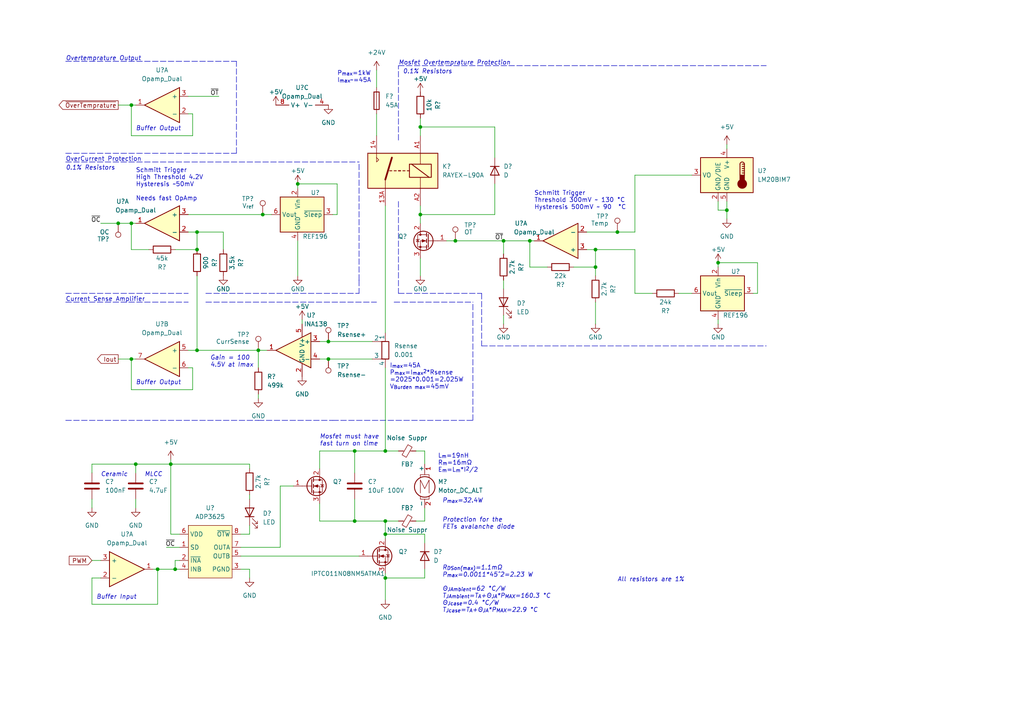
<source format=kicad_sch>
(kicad_sch (version 20211123) (generator eeschema)
  (paper "A4")
  (lib_symbols
    (symbol "Amplifier_Current:INA138" (pin_names (offset 0.127))
      (property "Reference" "U" (at 3.81 5.08 0))
      (property "Value" "INA138" (at 3.81 2.54 0))
      (symbol "INA138_0_1"
        (polyline (pts (xy -5.08 5.08) (xy 5.08 0) (xy -5.08 -5.08) (xy -5.08 5.08)) (stroke (width 0.254)) (fill (type background)))
      )
      (symbol "INA138_1_1"
        (pin output line (at 7.62 0 180) (length 2.54) (name "~") (number "1"))
        (pin power_in line (at -2.54 -7.62 90) (length 3.81) (name "GND") (number "2"))
        (pin input line (at -7.62 2.54 0) (length 2.54) (name "+") (number "3"))
        (pin input line (at -7.62 -2.54 0) (length 2.54) (name "-") (number "4"))
        (pin power_in line (at -2.54 7.62 270) (length 3.81) (name "V+") (number "5"))
      )
    )
    (symbol "Connector:TestPoint" (pin_numbers hide) (pin_names (offset 0.762) hide)
      (property "Reference" "TP" (at 0 6.858 0))
      (property "Value" "TestPoint" (at 0 5.08 0))
      (symbol "TestPoint_0_1"
        (circle (center 0 3.302) (radius 0.762))
      )
      (symbol "TestPoint_1_1"
        (pin passive line (at 0 0 90) (length 2.54) (name "1") (number "1"))
      )
    )
    (symbol "Device:C" (pin_numbers hide) (pin_names (offset 0.254))
      (property "Reference" "C" (at 0.635 2.54 0))
      (property "Value" "C" (at 0.635 -2.54 0))
      (symbol "C_0_1"
        (polyline (pts (xy -2.032 -0.762) (xy 2.032 -0.762)) (stroke (width 0.508)))
        (polyline (pts (xy -2.032 0.762) (xy 2.032 0.762)) (stroke (width 0.508)))
      )
      (symbol "C_1_1"
        (pin passive line (at 0 3.81 270) (length 2.794) (name "~") (number "1"))
        (pin passive line (at 0 -3.81 90) (length 2.794) (name "~") (number "2"))
      )
    )
    (symbol "Device:D" (pin_numbers hide) (pin_names (offset 1.016) hide)
      (property "Reference" "D" (at 0 2.54 0))
      (property "Value" "D" (at 0 -2.54 0))
      (symbol "D_0_1"
        (polyline (pts (xy -1.27 1.27) (xy -1.27 -1.27)) (stroke (width 0.254)))
        (polyline (pts (xy 1.27 0) (xy -1.27 0)))
        (polyline (pts (xy 1.27 1.27) (xy 1.27 -1.27) (xy -1.27 0) (xy 1.27 1.27)) (stroke (width 0.254)))
      )
      (symbol "D_1_1"
        (pin passive line (at -3.81 0 0) (length 2.54) (name "K") (number "1"))
        (pin passive line (at 3.81 0 180) (length 2.54) (name "A") (number "2"))
      )
    )
    (symbol "Device:FerriteBead_Small" (pin_numbers hide) (pin_names (offset 0))
      (property "Reference" "FB" (at 1.905 1.27 0))
      (property "Value" "FerriteBead_Small" (at 1.905 -1.27 0))
      (symbol "FerriteBead_Small_0_1"
        (polyline (pts (xy 0 -1.27) (xy 0 -0.7874)))
        (polyline (pts (xy 0 0.889) (xy 0 1.2954)))
        (polyline (pts (xy -1.8288 0.2794) (xy -1.1176 1.4986) (xy 1.8288 -0.2032) (xy 1.1176 -1.4224) (xy -1.8288 0.2794)))
      )
      (symbol "FerriteBead_Small_1_1"
        (pin passive line (at 0 2.54 270) (length 1.27) (name "~") (number "1"))
        (pin passive line (at 0 -2.54 90) (length 1.27) (name "~") (number "2"))
      )
    )
    (symbol "Device:Fuse" (pin_numbers hide) (pin_names (offset 0))
      (property "Reference" "F" (at 2.032 0 90))
      (property "Value" "Fuse" (at -1.905 0 90))
      (symbol "Fuse_0_1"
        (rectangle (start -0.762 -2.54) (end 0.762 2.54) (stroke (width 0.254)))
        (polyline (pts (xy 0 2.54) (xy 0 -2.54)))
      )
      (symbol "Fuse_1_1"
        (pin passive line (at 0 3.81 270) (length 1.27) (name "~") (number "1"))
        (pin passive line (at 0 -3.81 90) (length 1.27) (name "~") (number "2"))
      )
    )
    (symbol "Device:LED" (pin_numbers hide) (pin_names (offset 1.016) hide)
      (property "Reference" "D" (at 0 2.54 0))
      (property "Value" "LED" (at 0 -2.54 0))
      (symbol "LED_0_1"
        (polyline (pts (xy -1.27 -1.27) (xy -1.27 1.27)) (stroke (width 0.254)))
        (polyline (pts (xy -1.27 0) (xy 1.27 0)))
        (polyline (pts (xy 1.27 -1.27) (xy 1.27 1.27) (xy -1.27 0) (xy 1.27 -1.27)) (stroke (width 0.254)))
        (polyline (pts (xy -3.048 -0.762) (xy -4.572 -2.286) (xy -3.81 -2.286) (xy -4.572 -2.286) (xy -4.572 -1.524)))
        (polyline (pts (xy -1.778 -0.762) (xy -3.302 -2.286) (xy -2.54 -2.286) (xy -3.302 -2.286) (xy -3.302 -1.524)))
      )
      (symbol "LED_1_1"
        (pin passive line (at -3.81 0 0) (length 2.54) (name "K") (number "1"))
        (pin passive line (at 3.81 0 180) (length 2.54) (name "A") (number "2"))
      )
    )
    (symbol "Device:Opamp_Dual"
      (property "Reference" "U" (at 0 5.08 0))
      (property "Value" "Opamp_Dual" (at 0 -5.08 0))
      (symbol "Opamp_Dual_1_1"
        (polyline (pts (xy -5.08 5.08) (xy 5.08 0) (xy -5.08 -5.08) (xy -5.08 5.08)) (stroke (width 0.254)) (fill (type background)))
        (pin output line (at 7.62 0 180) (length 2.54) (name "~") (number "1"))
        (pin input line (at -7.62 -2.54 0) (length 2.54) (name "-") (number "2"))
        (pin input line (at -7.62 2.54 0) (length 2.54) (name "+") (number "3"))
      )
      (symbol "Opamp_Dual_2_1"
        (polyline (pts (xy -5.08 5.08) (xy 5.08 0) (xy -5.08 -5.08) (xy -5.08 5.08)) (stroke (width 0.254)) (fill (type background)))
        (pin input line (at -7.62 2.54 0) (length 2.54) (name "+") (number "5"))
        (pin input line (at -7.62 -2.54 0) (length 2.54) (name "-") (number "6"))
        (pin output line (at 7.62 0 180) (length 2.54) (name "~") (number "7"))
      )
      (symbol "Opamp_Dual_3_1"
        (pin power_in line (at -2.54 -7.62 90) (length 3.81) (name "V-") (number "4"))
        (pin power_in line (at -2.54 7.62 270) (length 3.81) (name "V+") (number "8"))
      )
    )
    (symbol "Device:Q_NMOS_GDS" (pin_names (offset 0) hide)
      (property "Reference" "Q" (at 5.08 1.27 0))
      (property "Value" "Q_NMOS_GDS" (at 5.08 -1.27 0))
      (symbol "Q_NMOS_GDS_0_1"
        (polyline (pts (xy 0.254 0) (xy -2.54 0)))
        (polyline (pts (xy 0.254 1.905) (xy 0.254 -1.905)) (stroke (width 0.254)))
        (polyline (pts (xy 0.762 -1.27) (xy 0.762 -2.286)) (stroke (width 0.254)))
        (polyline (pts (xy 0.762 0.508) (xy 0.762 -0.508)) (stroke (width 0.254)))
        (polyline (pts (xy 0.762 2.286) (xy 0.762 1.27)) (stroke (width 0.254)))
        (polyline (pts (xy 2.54 2.54) (xy 2.54 1.778)))
        (polyline (pts (xy 2.54 -2.54) (xy 2.54 0) (xy 0.762 0)))
        (polyline (pts (xy 0.762 -1.778) (xy 3.302 -1.778) (xy 3.302 1.778) (xy 0.762 1.778)))
        (polyline (pts (xy 1.016 0) (xy 2.032 0.381) (xy 2.032 -0.381) (xy 1.016 0)) (fill (type outline)))
        (polyline (pts (xy 2.794 0.508) (xy 2.921 0.381) (xy 3.683 0.381) (xy 3.81 0.254)))
        (polyline (pts (xy 3.302 0.381) (xy 2.921 -0.254) (xy 3.683 -0.254) (xy 3.302 0.381)))
        (circle (center 1.651 0) (radius 2.794) (stroke (width 0.254)))
        (circle (center 2.54 -1.778) (radius 0.254) (fill (type outline)))
        (circle (center 2.54 1.778) (radius 0.254) (fill (type outline)))
      )
      (symbol "Q_NMOS_GDS_1_1"
        (pin input line (at -5.08 0 0) (length 2.54) (name "G") (number "1"))
        (pin passive line (at 2.54 5.08 270) (length 2.54) (name "D") (number "2"))
        (pin passive line (at 2.54 -5.08 90) (length 2.54) (name "S") (number "3"))
      )
    )
    (symbol "Device:R" (pin_numbers hide) (pin_names (offset 0))
      (property "Reference" "R" (at 2.032 0 90))
      (property "Value" "R" (at 0 0 90))
      (symbol "R_0_1"
        (rectangle (start -1.016 -2.54) (end 1.016 2.54) (stroke (width 0.254)))
      )
      (symbol "R_1_1"
        (pin passive line (at 0 3.81 270) (length 1.27) (name "~") (number "1"))
        (pin passive line (at 0 -3.81 90) (length 1.27) (name "~") (number "2"))
      )
    )
    (symbol "Device:R_Shunt" (pin_numbers hide) (pin_names (offset 0))
      (property "Reference" "R" (at -4.445 0 90))
      (property "Value" "R_Shunt" (at -2.54 0 90))
      (symbol "R_Shunt_0_1"
        (rectangle (start -1.016 -2.54) (end 1.016 2.54) (stroke (width 0.254)))
        (polyline (pts (xy 0 -2.54) (xy 1.27 -2.54)))
        (polyline (pts (xy 1.27 2.54) (xy 0 2.54)))
      )
      (symbol "R_Shunt_1_1"
        (pin passive line (at 0 5.08 270) (length 2.54) (name "1") (number "1"))
        (pin passive line (at 3.81 2.54 180) (length 2.54) (name "2") (number "2"))
        (pin passive line (at 3.81 -2.54 180) (length 2.54) (name "3") (number "3"))
        (pin passive line (at 0 -5.08 90) (length 2.54) (name "4") (number "4"))
      )
    )
    (symbol "Motor:Motor_DC_ALT" (pin_names (offset 0))
      (property "Reference" "M" (at 2.54 2.54 0))
      (property "Value" "Motor_DC_ALT" (at 2.54 -5.08 0))
      (symbol "Motor_DC_ALT_0_0"
        (circle (center 0 -1.524) (radius 2.9718) (stroke (width 0.254)))
        (polyline (pts (xy -1.27 -4.318) (xy -1.27 -5.08) (xy 1.27 -5.08) (xy 1.27 -4.318)))
        (polyline (pts (xy -1.27 1.27) (xy -1.27 2.032) (xy 1.27 2.032) (xy 1.27 1.27)))
        (polyline (pts (xy -1.27 -3.302) (xy -1.27 0.508) (xy 0 -2.032) (xy 1.27 0.508) (xy 1.27 -3.302)))
      )
      (symbol "Motor_DC_ALT_0_1"
        (polyline (pts (xy 0 2.032) (xy 0 2.54)))
      )
      (symbol "Motor_DC_ALT_1_1"
        (pin passive line (at 0 5.08 270) (length 2.54) (name "+") (number "1"))
        (pin passive line (at 0 -7.62 90) (length 2.54) (name "-") (number "2"))
      )
    )
    (symbol "MySymbols:ADP3625"
      (property "Reference" "U" (at -3.81 7.62 0))
      (property "Value" "ADP3625" (at 0 -10.16 0))
      (symbol "ADP3625_0_1"
        (rectangle (start -6.35 6.35) (end 6.35 -8.89) (fill (type background)))
      )
      (symbol "ADP3625_1_1"
        (pin input line (at -8.89 0 0) (length 2.54) (name "SD") (number "1"))
        (pin input line (at -8.89 -3.81 0) (length 2.54) (name "~{INA}") (number "2"))
        (pin input line (at 8.89 -6.35 180) (length 2.54) (name "PGND") (number "3"))
        (pin input line (at -8.89 -6.35 0) (length 2.54) (name "INB") (number "4"))
        (pin input line (at 8.89 -2.54 180) (length 2.54) (name "OUTB") (number "5"))
        (pin input line (at -8.89 3.81 0) (length 2.54) (name "VDD") (number "6"))
        (pin input line (at 8.89 0 180) (length 2.54) (name "OUTA") (number "7"))
        (pin input line (at 8.89 3.81 180) (length 2.54) (name "~{OTW}") (number "8"))
      )
    )
    (symbol "Reference_Voltage:REF196"
      (property "Reference" "U" (at 2.54 8.89 0))
      (property "Value" "REF196" (at 1.27 6.35 0))
      (symbol "REF196_0_1"
        (rectangle (start -7.62 5.08) (end 5.08 -5.08) (stroke (width 0.254)) (fill (type background)))
      )
      (symbol "REF196_1_1"
        (pin no_connect line (at -7.62 2.54 0) (length 2.54) hide (name "TP") (number "1"))
        (pin power_in line (at 0 7.62 270) (length 2.54) (name "Vin") (number "2"))
        (pin input line (at -10.16 0 0) (length 2.54) (name "~{Sleep}") (number "3"))
        (pin power_in line (at 0 -7.62 90) (length 2.54) (name "GND") (number "4"))
        (pin no_connect line (at -5.08 -5.08 90) (length 2.54) hide (name "TP") (number "5"))
        (pin power_out line (at 7.62 0 180) (length 2.54) (name "Vout") (number "6"))
        (pin no_connect line (at -2.54 -5.08 90) (length 2.54) hide (name "NC") (number "7"))
        (pin no_connect line (at 2.54 -5.08 90) (length 2.54) hide (name "NC") (number "8"))
      )
    )
    (symbol "Relay:RAYEX-L90A"
      (property "Reference" "K" (at 11.43 3.81 0))
      (property "Value" "RAYEX-L90A" (at 11.43 1.27 0))
      (symbol "RAYEX-L90A_1_0"
        (polyline (pts (xy 7.62 3.81) (xy 7.62 5.08)))
        (polyline (pts (xy 7.62 3.81) (xy 7.62 2.54) (xy 6.985 3.175) (xy 7.62 3.81)))
      )
      (symbol "RAYEX-L90A_1_1"
        (rectangle (start -10.16 5.08) (end 10.16 -5.08) (stroke (width 0.254)) (fill (type background)))
        (rectangle (start -8.255 1.905) (end -1.905 -1.905) (stroke (width 0.254)))
        (polyline (pts (xy -7.62 -1.905) (xy -2.54 1.905)) (stroke (width 0.254)))
        (polyline (pts (xy -5.08 -5.08) (xy -5.08 -1.905)))
        (polyline (pts (xy -5.08 5.08) (xy -5.08 1.905)))
        (polyline (pts (xy -1.905 0) (xy -1.27 0)) (stroke (width 0.254)))
        (polyline (pts (xy -0.635 0) (xy 0 0)) (stroke (width 0.254)))
        (polyline (pts (xy 0.635 0) (xy 1.27 0)) (stroke (width 0.254)))
        (polyline (pts (xy 0.635 0) (xy 1.27 0)) (stroke (width 0.254)))
        (polyline (pts (xy 1.905 0) (xy 2.54 0)) (stroke (width 0.254)))
        (polyline (pts (xy 3.175 0) (xy 3.81 0)) (stroke (width 0.254)))
        (polyline (pts (xy 5.08 -2.54) (xy 3.175 3.81)) (stroke (width 0.508)))
        (polyline (pts (xy 5.08 -2.54) (xy 5.08 -5.08)))
        (pin passive line (at 5.08 -10.16 90) (length 5.08) (name "~") (number "13A"))
        (pin passive line (at 5.08 -10.16 90) (length 5.08) hide (name "~") (number "13B"))
        (pin passive line (at 7.62 10.16 270) (length 5.08) (name "~") (number "14"))
        (pin passive line (at -5.08 10.16 270) (length 5.08) (name "~") (number "A1"))
        (pin passive line (at -5.08 -10.16 90) (length 5.08) (name "~") (number "A2"))
      )
    )
    (symbol "Sensor_Temperature:LM20BIM7"
      (property "Reference" "U" (at -6.35 6.35 0))
      (property "Value" "LM20BIM7" (at 1.27 6.35 0))
      (symbol "LM20BIM7_0_1"
        (rectangle (start -7.62 5.08) (end 7.62 -5.08) (stroke (width 0.254)) (fill (type background)))
        (circle (center -4.445 -2.54) (radius 1.27) (stroke (width 0.254)) (fill (type outline)))
        (rectangle (start -3.81 -1.905) (end -5.08 0) (stroke (width 0.254)) (fill (type outline)))
        (arc (start -3.81 3.175) (mid -4.445 3.81) (end -5.08 3.175) (stroke (width 0.254)))
        (polyline (pts (xy -5.08 0.635) (xy -4.445 0.635)) (stroke (width 0.254)))
        (polyline (pts (xy -5.08 1.27) (xy -4.445 1.27)) (stroke (width 0.254)))
        (polyline (pts (xy -5.08 1.905) (xy -4.445 1.905)) (stroke (width 0.254)))
        (polyline (pts (xy -5.08 2.54) (xy -4.445 2.54)) (stroke (width 0.254)))
        (polyline (pts (xy -5.08 3.175) (xy -5.08 0)) (stroke (width 0.254)))
        (polyline (pts (xy -5.08 3.175) (xy -4.445 3.175)) (stroke (width 0.254)))
        (polyline (pts (xy -3.81 3.175) (xy -3.81 0)) (stroke (width 0.254)))
      )
      (symbol "LM20BIM7_1_1"
        (pin no_connect line (at 5.08 -5.08 90) (length 2.54) hide (name "NC") (number "1"))
        (pin passive line (at 2.54 -7.62 90) (length 2.54) (name "GND/DIE") (number "2"))
        (pin output line (at 10.16 0 180) (length 2.54) (name "VO") (number "3"))
        (pin power_in line (at 0 7.62 270) (length 2.54) (name "V+") (number "4"))
        (pin power_in line (at 0 -7.62 90) (length 2.54) (name "GND") (number "5"))
      )
    )
    (symbol "power:+24V" (power) (pin_names (offset 0))
      (property "Value" "+24V" (at 0 3.556 0))
      (symbol "+24V_0_1"
        (polyline (pts (xy -0.762 1.27) (xy 0 2.54)))
        (polyline (pts (xy 0 0) (xy 0 2.54)))
        (polyline (pts (xy 0 2.54) (xy 0.762 1.27)))
      )
      (symbol "+24V_1_1"
        (pin power_in line (at 0 0 90) (length 0) hide (name "+24V") (number "1"))
      )
    )
    (symbol "power:+5V" (power) (pin_names (offset 0))
      (property "Value" "+5V" (at 0 3.556 0))
      (symbol "+5V_0_1"
        (polyline (pts (xy -0.762 1.27) (xy 0 2.54)))
        (polyline (pts (xy 0 0) (xy 0 2.54)))
        (polyline (pts (xy 0 2.54) (xy 0.762 1.27)))
      )
      (symbol "+5V_1_1"
        (pin power_in line (at 0 0 90) (length 0) hide (name "+5V") (number "1"))
      )
    )
    (symbol "power:GND" (power) (pin_names (offset 0))
      (property "Value" "GND" (at 0 -3.81 0))
      (symbol "GND_0_1"
        (polyline (pts (xy 0 0) (xy 0 -1.27) (xy 1.27 -1.27) (xy 0 -2.54) (xy -1.27 -1.27) (xy 0 -1.27)))
      )
      (symbol "GND_1_1"
        (pin power_in line (at 0 0 270) (length 0) hide (name "GND") (number "1"))
      )
    )
  )
  (junction (at 39.37 134.62))
  (junction (at 121.92 62.23))
  (junction (at 57.15 67.31))
  (junction (at 111.76 167.64))
  (junction (at 34.29 64.77))
  (junction (at 179.07 67.31))
  (junction (at 74.93 101.6))
  (junction (at 121.92 36.83))
  (junction (at 45.72 165.1))
  (junction (at 50.8 165.1))
  (junction (at 102.87 151.13))
  (junction (at 38.1 64.77))
  (junction (at 95.25 99.06))
  (junction (at 208.28 76.2))
  (junction (at 210.82 60.96))
  (junction (at 38.1 30.48))
  (junction (at 153.67 69.85))
  (junction (at 95.25 104.14))
  (junction (at 102.87 130.81))
  (junction (at 111.76 130.81))
  (junction (at 38.1 104.14))
  (junction (at 76.2 62.23))
  (junction (at 111.76 154.94))
  (junction (at 172.72 77.47))
  (junction (at 57.15 101.6))
  (junction (at 146.05 69.85))
  (junction (at 111.76 151.13))
  (junction (at 86.36 53.34))
  (junction (at 57.15 72.39))
  (junction (at 49.53 134.62))
  (junction (at 132.08 69.85))
  (junction (at 172.72 72.39))
  (wire (pts (xy 146.05 69.85) (xy 146.05 73.66)))
  (polyline (pts (xy 115.57 85.09) (xy 139.7 85.09)))
  (wire (pts (xy 184.15 72.39) (xy 172.72 72.39)))
  (wire (pts (xy 52.07 154.94) (xy 49.53 154.94)))
  (wire (pts (xy 39.37 134.62) (xy 49.53 134.62)))
  (wire (pts (xy 86.36 53.34) (xy 97.79 53.34)))
  (wire (pts (xy 184.15 50.8) (xy 200.66 50.8)))
  (wire (pts (xy 218.44 85.09) (xy 219.71 85.09)))
  (wire (pts (xy 111.76 166.37) (xy 111.76 167.64)))
  (wire (pts (xy 189.23 85.09) (xy 184.15 85.09)))
  (wire (pts (xy 34.29 104.14) (xy 38.1 104.14)))
  (polyline (pts (xy 104.14 81.28) (xy 104.14 46.99)))
  (polyline (pts (xy 19.05 87.63) (xy 54.61 87.63)))
  (wire (pts (xy 184.15 50.8) (xy 184.15 67.31)))
  (wire (pts (xy 55.88 39.37) (xy 38.1 39.37)))
  (wire (pts (xy 86.36 54.61) (xy 86.36 53.34)))
  (wire (pts (xy 38.1 104.14) (xy 39.37 104.14)))
  (polyline (pts (xy 19.05 44.45) (xy 68.58 44.45)))
  (wire (pts (xy 86.36 69.85) (xy 86.36 80.01)))
  (wire (pts (xy 179.07 67.31) (xy 184.15 67.31)))
  (wire (pts (xy 26.67 134.62) (xy 26.67 137.16)))
  (wire (pts (xy 26.67 175.26) (xy 45.72 175.26)))
  (wire (pts (xy 158.75 77.47) (xy 153.67 77.47)))
  (wire (pts (xy 102.87 130.81) (xy 102.87 137.16)))
  (wire (pts (xy 57.15 67.31) (xy 54.61 67.31)))
  (wire (pts (xy 97.79 62.23) (xy 97.79 53.34)))
  (polyline (pts (xy 59.69 85.09) (xy 104.14 85.09)))
  (wire (pts (xy 129.54 69.85) (xy 132.08 69.85)))
  (wire (pts (xy 132.08 69.85) (xy 146.05 69.85)))
  (wire (pts (xy 64.77 72.39) (xy 64.77 67.31)))
  (wire (pts (xy 48.26 158.75) (xy 52.07 158.75)))
  (wire (pts (xy 111.76 154.94) (xy 111.76 156.21)))
  (wire (pts (xy 172.72 87.63) (xy 172.72 93.98)))
  (wire (pts (xy 123.19 165.1) (xy 123.19 167.64)))
  (wire (pts (xy 111.76 151.13) (xy 115.57 151.13)))
  (polyline (pts (xy 139.7 85.09) (xy 139.7 100.33)))
  (wire (pts (xy 57.15 67.31) (xy 57.15 72.39)))
  (polyline (pts (xy 19.05 46.99) (xy 104.14 46.99)))
  (wire (pts (xy 146.05 81.28) (xy 146.05 83.82)))
  (wire (pts (xy 123.19 130.81) (xy 123.19 134.62)))
  (wire (pts (xy 55.88 113.03) (xy 38.1 113.03)))
  (wire (pts (xy 26.67 134.62) (xy 39.37 134.62)))
  (wire (pts (xy 96.52 62.23) (xy 97.79 62.23)))
  (wire (pts (xy 120.65 130.81) (xy 123.19 130.81)))
  (polyline (pts (xy 104.14 81.28) (xy 104.14 85.09)))
  (wire (pts (xy 95.25 104.14) (xy 107.95 104.14)))
  (polyline (pts (xy 96.52 121.92) (xy 137.16 121.92)))
  (wire (pts (xy 26.67 167.64) (xy 26.67 175.26)))
  (wire (pts (xy 69.85 165.1) (xy 72.39 165.1)))
  (wire (pts (xy 102.87 130.81) (xy 111.76 130.81)))
  (wire (pts (xy 76.2 62.23) (xy 78.74 62.23)))
  (wire (pts (xy 143.51 53.34) (xy 143.51 62.23)))
  (wire (pts (xy 52.07 162.56) (xy 50.8 162.56)))
  (wire (pts (xy 72.39 152.4) (xy 72.39 154.94)))
  (wire (pts (xy 72.39 167.64) (xy 72.39 165.1)))
  (wire (pts (xy 210.82 60.96) (xy 208.28 60.96)))
  (wire (pts (xy 29.21 64.77) (xy 34.29 64.77)))
  (wire (pts (xy 38.1 113.03) (xy 38.1 104.14)))
  (wire (pts (xy 34.29 30.48) (xy 38.1 30.48)))
  (wire (pts (xy 208.28 76.2) (xy 219.71 76.2)))
  (wire (pts (xy 49.53 134.62) (xy 72.39 134.62)))
  (polyline (pts (xy 68.58 44.45) (xy 68.58 17.78)))
  (wire (pts (xy 43.18 72.39) (xy 38.1 72.39)))
  (wire (pts (xy 72.39 143.51) (xy 72.39 144.78)))
  (wire (pts (xy 208.28 92.71) (xy 208.28 93.98)))
  (wire (pts (xy 74.93 114.3) (xy 74.93 115.57)))
  (wire (pts (xy 74.93 101.6) (xy 77.47 101.6)))
  (wire (pts (xy 170.18 67.31) (xy 179.07 67.31)))
  (polyline (pts (xy 115.57 19.05) (xy 222.25 19.05)))
  (wire (pts (xy 146.05 69.85) (xy 153.67 69.85)))
  (wire (pts (xy 123.19 167.64) (xy 111.76 167.64)))
  (wire (pts (xy 81.28 140.97) (xy 85.09 140.97)))
  (wire (pts (xy 38.1 72.39) (xy 38.1 64.77)))
  (wire (pts (xy 69.85 154.94) (xy 72.39 154.94)))
  (wire (pts (xy 121.92 62.23) (xy 121.92 64.77)))
  (wire (pts (xy 50.8 165.1) (xy 52.07 165.1)))
  (wire (pts (xy 92.71 130.81) (xy 102.87 130.81)))
  (wire (pts (xy 111.76 167.64) (xy 111.76 173.99)))
  (polyline (pts (xy 115.57 40.64) (xy 115.57 19.05)))
  (wire (pts (xy 146.05 91.44) (xy 146.05 93.98)))
  (wire (pts (xy 54.61 106.68) (xy 55.88 106.68)))
  (wire (pts (xy 45.72 165.1) (xy 50.8 165.1)))
  (wire (pts (xy 208.28 77.47) (xy 208.28 76.2)))
  (wire (pts (xy 111.76 130.81) (xy 115.57 130.81)))
  (wire (pts (xy 39.37 144.78) (xy 39.37 147.32)))
  (wire (pts (xy 26.67 144.78) (xy 26.67 147.32)))
  (wire (pts (xy 54.61 62.23) (xy 76.2 62.23)))
  (wire (pts (xy 64.77 67.31) (xy 57.15 67.31)))
  (wire (pts (xy 123.19 151.13) (xy 123.19 147.32)))
  (wire (pts (xy 121.92 74.93) (xy 121.92 80.01)))
  (wire (pts (xy 123.19 157.48) (xy 123.19 154.94)))
  (wire (pts (xy 166.37 77.47) (xy 172.72 77.47)))
  (wire (pts (xy 45.72 175.26) (xy 45.72 165.1)))
  (wire (pts (xy 210.82 60.96) (xy 210.82 63.5)))
  (wire (pts (xy 92.71 135.89) (xy 92.71 130.81)))
  (wire (pts (xy 38.1 64.77) (xy 39.37 64.77)))
  (wire (pts (xy 200.66 85.09) (xy 196.85 85.09)))
  (wire (pts (xy 57.15 80.01) (xy 57.15 101.6)))
  (wire (pts (xy 44.45 165.1) (xy 45.72 165.1)))
  (wire (pts (xy 172.72 77.47) (xy 172.72 80.01)))
  (wire (pts (xy 49.53 134.62) (xy 49.53 154.94)))
  (wire (pts (xy 92.71 151.13) (xy 102.87 151.13)))
  (wire (pts (xy 153.67 69.85) (xy 154.94 69.85)))
  (polyline (pts (xy 114.3 87.63) (xy 137.16 87.63)))
  (wire (pts (xy 74.93 101.6) (xy 74.93 106.68)))
  (wire (pts (xy 50.8 72.39) (xy 57.15 72.39)))
  (wire (pts (xy 87.63 92.71) (xy 87.63 93.98)))
  (polyline (pts (xy 139.7 100.33) (xy 222.25 100.33)))
  (wire (pts (xy 54.61 27.94) (xy 63.5 27.94)))
  (wire (pts (xy 172.72 72.39) (xy 172.72 77.47)))
  (wire (pts (xy 95.25 99.06) (xy 107.95 99.06)))
  (polyline (pts (xy 19.05 85.09) (xy 54.61 85.09)))
  (wire (pts (xy 172.72 72.39) (xy 170.18 72.39)))
  (polyline (pts (xy 59.69 87.63) (xy 109.22 87.63)))
  (wire (pts (xy 55.88 106.68) (xy 55.88 113.03)))
  (wire (pts (xy 69.85 158.75) (xy 81.28 158.75)))
  (wire (pts (xy 121.92 36.83) (xy 143.51 36.83)))
  (wire (pts (xy 69.85 161.29) (xy 104.14 161.29)))
  (wire (pts (xy 54.61 33.02) (xy 55.88 33.02)))
  (wire (pts (xy 39.37 134.62) (xy 39.37 137.16)))
  (wire (pts (xy 111.76 154.94) (xy 123.19 154.94)))
  (wire (pts (xy 54.61 101.6) (xy 57.15 101.6)))
  (wire (pts (xy 92.71 104.14) (xy 95.25 104.14)))
  (wire (pts (xy 111.76 106.68) (xy 111.76 130.81)))
  (wire (pts (xy 102.87 144.78) (xy 102.87 151.13)))
  (wire (pts (xy 81.28 140.97) (xy 81.28 158.75)))
  (polyline (pts (xy 74.93 121.92) (xy 96.52 121.92)))
  (wire (pts (xy 72.39 135.89) (xy 72.39 134.62)))
  (wire (pts (xy 111.76 151.13) (xy 111.76 154.94)))
  (wire (pts (xy 210.82 58.42) (xy 210.82 60.96)))
  (wire (pts (xy 49.53 133.35) (xy 49.53 134.62)))
  (wire (pts (xy 121.92 36.83) (xy 121.92 39.37)))
  (wire (pts (xy 109.22 33.02) (xy 109.22 39.37)))
  (wire (pts (xy 102.87 151.13) (xy 111.76 151.13)))
  (wire (pts (xy 29.21 162.56) (xy 26.67 162.56)))
  (polyline (pts (xy 19.05 121.92) (xy 74.93 121.92)))
  (wire (pts (xy 121.92 62.23) (xy 121.92 59.69)))
  (wire (pts (xy 120.65 151.13) (xy 123.19 151.13)))
  (wire (pts (xy 111.76 59.69) (xy 111.76 96.52)))
  (wire (pts (xy 26.67 167.64) (xy 29.21 167.64)))
  (wire (pts (xy 208.28 58.42) (xy 208.28 60.96)))
  (wire (pts (xy 219.71 85.09) (xy 219.71 76.2)))
  (wire (pts (xy 143.51 36.83) (xy 143.51 45.72)))
  (polyline (pts (xy 19.05 17.78) (xy 68.58 17.78)))
  (wire (pts (xy 121.92 34.29) (xy 121.92 36.83)))
  (wire (pts (xy 38.1 39.37) (xy 38.1 30.48)))
  (polyline (pts (xy 74.93 121.92) (xy 74.93 121.92)))
  (wire (pts (xy 92.71 99.06) (xy 95.25 99.06)))
  (wire (pts (xy 55.88 33.02) (xy 55.88 39.37)))
  (wire (pts (xy 92.71 146.05) (xy 92.71 151.13)))
  (wire (pts (xy 184.15 85.09) (xy 184.15 72.39)))
  (wire (pts (xy 38.1 30.48) (xy 39.37 30.48)))
  (wire (pts (xy 143.51 62.23) (xy 121.92 62.23)))
  (wire (pts (xy 50.8 162.56) (xy 50.8 165.1)))
  (wire (pts (xy 109.22 20.32) (xy 109.22 25.4)))
  (wire (pts (xy 34.29 64.77) (xy 38.1 64.77)))
  (wire (pts (xy 57.15 101.6) (xy 74.93 101.6)))
  (wire (pts (xy 153.67 77.47) (xy 153.67 69.85)))
  (wire (pts (xy 210.82 41.91) (xy 210.82 43.18)))
  (polyline (pts (xy 115.57 58.42) (xy 115.57 85.09)))
  (polyline (pts (xy 137.16 121.92) (xy 137.16 87.63)))
  (text "OverCurrent Protection" (at 19.05 46.99 0) (effects (font (size 1.27 1.27)) (justify left bottom)))
  (text "I_{max}=45A\nP_{max}=I_{max}^{2}*Rsense\n=2025*${7d56cc24-13dc-424e-9509-1fc8193a03a3:VALUE}=2.025W\nV_{Burden max}=45mV" (at 113.03 113.03 0) (effects (font (size 1.27 1.27)) (justify left bottom)))
  (text "Schmitt Trigger\nThreshold 300mV ~ 130 °C\nHysteresis 500mV ~ 90  °C" (at 154.94 60.96 0) (effects (font (size 1.27 1.27)) (justify left bottom)))
  (text "Gain = 100\n4.5V at Imax" (at 60.96 106.68 0) (effects (font (size 1.27 1.27) italic) (justify left bottom)))
  (text "Buffer Input" (at 27.94 173.99 0) (effects (font (size 1.27 1.27) italic) (justify left bottom)))
  (text "Mosfet Overtemprature Protection\n" (at 115.57 19.05 0) (effects (font (size 1.27 1.27) italic) (justify left bottom)))
  (text "Schmitt Trigger\nHigh Threshold 4.2V\nHysteresis ~50mV\n\nNeeds fast OpAmp\n" (at 39.37 58.42 0) (effects (font (size 1.27 1.27)) (justify left bottom)))
  (text "P_{max}=32.4W" (at 128.27 146.05 0) (effects (font (size 1.27 1.27) italic) (justify left bottom)))
  (text "Current Sense Amplifier" (at 19.05 87.63 0) (effects (font (size 1.27 1.27)) (justify left bottom)))
  (text "All resistors are 1%\n" (at 179.07 168.91 0) (effects (font (size 1.27 1.27) italic) (justify left bottom)))
  (text "Ceramic\n" (at 29.21 138.43 0) (effects (font (size 1.27 1.27) italic) (justify left bottom)))
  (text "Buffer Output\n" (at 39.37 38.1 0) (effects (font (size 1.27 1.27) italic) (justify left bottom)))
  (text "Mosfet must have \nfast turn on time" (at 92.71 129.54 0) (effects (font (size 1.27 1.27) italic) (justify left bottom)))
  (text "0.1% Resistors\n" (at 19.05 49.53 0) (effects (font (size 1.27 1.27) italic) (justify left bottom)))
  (text "Overtemprature Output" (at 19.05 17.78 0) (effects (font (size 1.27 1.27) italic) (justify left bottom)))
  (text "Buffer Output\n" (at 39.37 111.76 0) (effects (font (size 1.27 1.27) italic) (justify left bottom)))
  (text "0.1% Resistors\n" (at 116.84 21.59 0) (effects (font (size 1.27 1.27) italic) (justify left bottom)))
  (text "R_{DS}_{on}_{(max)}=1.1mΩ\nP_{max}=0.0011*45^2=2.23 W\n\nΘ_{J}_{Ambient}=62 °C/W\nT_{J}_{Ambient}=T_{A}+Θ_{JA}*P_{MAX}=160.3 °C\nΘ_{J}_{case}=0.4 °C/W\nT_{J}_{case}=T_{A}+Θ_{JA}*P_{MAX}=22.9 °C" (at 128.27 177.8 0) (effects (font (size 1.27 1.27) italic) (justify left bottom)))
  (text "Protection for the \nFETs avalanche diode\n" (at 128.27 153.67 0) (effects (font (size 1.27 1.27) italic) (justify left bottom)))
  (text "MLCC" (at 41.91 138.43 0) (effects (font (size 1.27 1.27) italic) (justify left bottom)))
  (text "L_{m}=19nH\nR_{m}=16mΩ\nE_{m}=L_{m}*I^{2}/2" (at 127 137.16 0) (effects (font (size 1.27 1.27)) (justify left bottom)))
  (text "P_{max}=1kW\nI_{max}~=45A\n" (at 97.79 24.13 0) (effects (font (size 1.27 1.27)) (justify left bottom)))
  (label "~{OT}" (at 146.05 69.85 180))
  (label "~{OT}" (at 63.5 27.94 180))
  (label "~{OC}" (at 29.21 64.77 180))
  (label "~{OC}" (at 50.8 158.75 180))
  (global_label "PWM" (shape input) (at 26.67 162.56 180) (property "Intersheet References" "${INTERSHEET_REFS}" (effects hide)))
  (global_label "~{OverTemprature}" (shape output) (at 34.29 30.48 180) (property "Intersheet References" "${INTERSHEET_REFS}" (effects hide)))
  (global_label "Iout" (shape output) (at 34.29 104.14 180) (property "Intersheet References" "${INTERSHEET_REFS}" (effects hide)))
  (symbol (lib_id "Connector:TestPoint") (at 34.29 64.77 180) (unit 1)
    (property "Reference" "TP?" (at 31.75 69.3421 0) (effects (justify left)))
    (property "Value" "OC" (at 31.75 67.31 0) (effects (justify left)))
  )
  (symbol (lib_id "Device:FerriteBead_Small") (at 118.11 151.13 90) (unit 1)
    (property "Reference" "FB?" (at 118.11 147.32 90))
    (property "Value" "Noise Suppr" (at 118.11 153.67 90))
  )
  (symbol (lib_id "Device:Opamp_Dual") (at 162.56 69.85 180) (unit 1)
    (property "Reference" "U?" (at 151.13 64.77 0))
    (property "Value" "Opamp_Dual" (at 154.94 67.31 0))
  )
  (symbol (lib_id "Amplifier_Current:INA138") (at 85.09 101.6 0) (mirror y) (unit 1)
    (property "Reference" "U?" (at 88.9 91.44 0) (effects (justify right)))
    (property "Value" "INA138" (at 88.1506 93.98 0) (effects (justify right)))
    (property "Footprint" "Package_TO_SOT_SMD:SOT-23-5" (effects hide))
    (property "Datasheet" "http://www.ti.com/lit/ds/symlink/ina138.pdf" (effects hide))
  )
  (symbol (lib_id "Device:Q_NMOS_GDS") (at 109.22 161.29 0) (unit 1)
    (property "Reference" "Q?" (at 115.57 160.0199 0) (effects (justify left)))
    (property "Value" "IPTC011N08NM5ATMA1 " (at 90.17 166.37 0) (effects (justify left)))
  )
  (symbol (lib_id "power:GND") (at 87.63 109.22 0) (unit 1)
    (property "Reference" "#PWR?" (effects hide))
    (property "Value" "GND" (at 87.63 114.3 0))
  )
  (symbol (lib_id "Device:R") (at 146.05 77.47 0) (unit 1)
    (property "Reference" "R?" (at 151.13 77.47 90))
    (property "Value" "2.7k" (at 148.59 77.47 90))
  )
  (symbol (lib_id "Device:D") (at 143.51 49.53 270) (unit 1)
    (property "Reference" "D?" (at 146.05 48.2599 90) (effects (justify left)))
    (property "Value" "D" (at 146.05 50.7999 90) (effects (justify left)))
  )
  (symbol (lib_id "power:GND") (at 64.77 80.01 0) (unit 1)
    (property "Reference" "#PWR?" (effects hide))
    (property "Value" "GND" (at 64.77 83.82 0))
  )
  (symbol (lib_id "Device:C") (at 39.37 140.97 0) (unit 1)
    (property "Reference" "C?" (at 43.18 139.6999 0) (effects (justify left)))
    (property "Value" "4.7uF" (at 43.18 142.2399 0) (effects (justify left)))
  )
  (symbol (lib_id "Sensor_Temperature:LM20BIM7") (at 210.82 50.8 0) (mirror y) (unit 1)
    (property "Reference" "U?" (at 219.71 49.5299 0) (effects (justify right)))
    (property "Value" "LM20BIM7" (at 219.71 52.0699 0) (effects (justify right)))
    (property "Footprint" "Package_TO_SOT_SMD:SOT-353_SC-70-5" (effects hide))
    (property "Datasheet" "http://www.ti.com/lit/ds/symlink/lm20.pdf" (effects hide))
  )
  (symbol (lib_id "Device:R") (at 64.77 76.2 0) (unit 1)
    (property "Reference" "R?" (at 69.85 76.2 90))
    (property "Value" "3.5k" (at 67.31 76.2 90))
  )
  (symbol (lib_id "power:GND") (at 208.28 93.98 0) (unit 1)
    (property "Reference" "#PWR?" (effects hide))
    (property "Value" "GND" (at 208.28 97.79 0))
  )
  (symbol (lib_id "Device:R") (at 74.93 110.49 0) (unit 1)
    (property "Reference" "R?" (at 77.47 109.2199 0) (effects (justify left)))
    (property "Value" "499k" (at 77.47 111.7599 0) (effects (justify left)))
  )
  (symbol (lib_id "Device:C") (at 26.67 140.97 0) (unit 1)
    (property "Reference" "C?" (at 30.48 139.6999 0) (effects (justify left)))
    (property "Value" "100nF" (at 30.48 142.2399 0) (effects (justify left)))
  )
  (symbol (lib_id "power:GND") (at 39.37 147.32 0) (unit 1)
    (property "Reference" "#PWR?" (effects hide))
    (property "Value" "GND" (at 39.37 152.4 0))
  )
  (symbol (lib_id "Connector:TestPoint") (at 95.25 99.06 0) (unit 1)
    (property "Reference" "TP?" (at 97.79 94.4879 0) (effects (justify left)))
    (property "Value" "Rsense+" (at 97.79 97.0279 0) (effects (justify left)))
  )
  (symbol (lib_id "Connector:TestPoint") (at 74.93 101.6 0) (mirror y) (unit 1)
    (property "Reference" "TP?" (at 72.39 97.0279 0) (effects (justify left)))
    (property "Value" "CurrSense" (at 72.39 99.06 0) (effects (justify left)))
  )
  (symbol (lib_id "Connector:TestPoint") (at 76.2 62.23 0) (mirror y) (unit 1)
    (property "Reference" "TP?" (at 73.66 57.6579 0) (effects (justify left)))
    (property "Value" "V_{ref}" (at 73.66 59.69 0) (effects (justify left)))
  )
  (symbol (lib_id "power:+5V") (at 121.92 26.67 0) (unit 1)
    (property "Reference" "#PWR?" (effects hide))
    (property "Value" "+5V" (at 121.92 22.86 0))
  )
  (symbol (lib_id "Device:LED") (at 72.39 148.59 90) (unit 1)
    (property "Reference" "D?" (at 76.2 148.9074 90) (effects (justify right)))
    (property "Value" "LED" (at 76.2 151.4474 90) (effects (justify right)))
  )
  (symbol (lib_id "Device:Q_NMOS_GDS") (at 90.17 140.97 0) (unit 1)
    (property "Reference" "Q?" (at 96.52 139.6999 0) (effects (justify left)))
    (property "Value" "NMOS" (effects hide))
  )
  (symbol (lib_id "power:GND") (at 26.67 147.32 0) (unit 1)
    (property "Reference" "#PWR?" (effects hide))
    (property "Value" "GND" (at 26.67 152.4 0))
  )
  (symbol (lib_id "Device:Opamp_Dual") (at 46.99 30.48 0) (mirror y) (unit 1)
    (property "Reference" "U?" (at 46.99 20.32 0))
    (property "Value" "Opamp_Dual" (at 46.99 22.86 0))
  )
  (symbol (lib_id "power:GND") (at 86.36 80.01 0) (unit 1)
    (property "Reference" "#PWR?" (effects hide))
    (property "Value" "GND" (at 86.36 83.82 0))
  )
  (symbol (lib_id "Connector:TestPoint") (at 132.08 69.85 0) (unit 1)
    (property "Reference" "TP?" (at 134.62 65.2779 0) (effects (justify left)))
    (property "Value" "OT" (at 134.62 67.31 0) (effects (justify left)))
  )
  (symbol (lib_id "Device:R_Shunt") (at 111.76 101.6 0) (mirror y) (unit 1)
    (property "Reference" "Rsense" (at 114.3 100.3299 0) (effects (justify right)))
    (property "Value" "0.001" (at 114.3 102.8699 0) (effects (justify right)))
  )
  (symbol (lib_id "power:+5V") (at 80.01 30.48 0) (unit 1)
    (property "Reference" "#PWR?" (effects hide))
    (property "Value" "+5V" (at 80.01 26.67 0))
  )
  (symbol (lib_id "Reference_Voltage:REF196") (at 208.28 85.09 0) (mirror y) (unit 1)
    (property "Reference" "U?" (at 213.36 78.74 0))
    (property "Value" "REF196" (at 213.36 91.44 0))
    (property "Datasheet" "https://www.analog.com/static/imported-files/data_sheets/REF19xSeries.pdf" (effects hide))
  )
  (symbol (lib_id "Device:R") (at 172.72 83.82 0) (unit 1)
    (property "Reference" "R?" (at 177.8 83.82 90))
    (property "Value" "2.7k" (at 175.26 83.82 90))
  )
  (symbol (lib_id "Device:D") (at 123.19 161.29 270) (unit 1)
    (property "Reference" "D?" (at 125.73 160.0199 90) (effects (justify left)))
    (property "Value" "D" (at 125.73 162.5599 90) (effects (justify left)))
  )
  (symbol (lib_id "Device:R") (at 57.15 76.2 0) (unit 1)
    (property "Reference" "R?" (at 62.23 76.2 90))
    (property "Value" "900" (at 59.69 76.2 90))
  )
  (symbol (lib_id "power:GND") (at 121.92 80.01 0) (unit 1)
    (property "Reference" "#PWR?" (effects hide))
    (property "Value" "GND" (at 121.92 83.82 0))
  )
  (symbol (lib_id "power:+5V") (at 208.28 76.2 0) (unit 1)
    (property "Reference" "#PWR?" (effects hide))
    (property "Value" "+5V" (at 208.28 72.39 0))
  )
  (symbol (lib_id "Device:R") (at 46.99 72.39 270) (unit 1)
    (property "Reference" "R?" (at 46.99 77.47 90))
    (property "Value" "45k" (at 46.99 74.93 90))
  )
  (symbol (lib_id "Device:Opamp_Dual") (at 87.63 27.94 90) (unit 3)
    (property "Reference" "U?" (at 87.63 25.4 90))
    (property "Value" "Opamp_Dual" (at 87.63 27.94 90))
  )
  (symbol (lib_id "Device:FerriteBead_Small") (at 118.11 130.81 90) (unit 1)
    (property "Reference" "FB?" (at 118.11 134.62 90))
    (property "Value" "Noise Suppr" (at 118.0719 127 90))
  )
  (symbol (lib_id "power:GND") (at 146.05 93.98 0) (unit 1)
    (property "Reference" "#PWR?" (effects hide))
    (property "Value" "GND" (at 146.05 97.79 0))
  )
  (symbol (lib_id "Device:Opamp_Dual") (at 46.99 104.14 0) (mirror y) (unit 2)
    (property "Reference" "U?" (at 46.99 93.98 0))
    (property "Value" "Opamp_Dual" (at 46.99 96.52 0))
  )
  (symbol (lib_id "MySymbols:ADP3625") (at 60.96 158.75 0) (unit 1)
    (property "Reference" "U?" (at 60.96 147.32 0))
    (property "Value" "ADP3625" (at 60.96 149.86 0))
  )
  (symbol (lib_id "power:+24V") (at 109.22 20.32 0) (unit 1)
    (property "Reference" "#PWR?" (effects hide))
    (property "Value" "+24V" (at 109.22 15.24 0))
  )
  (symbol (lib_id "Reference_Voltage:REF196") (at 86.36 62.23 0) (mirror y) (unit 1)
    (property "Reference" "U?" (at 91.44 55.88 0))
    (property "Value" "REF196" (at 91.44 68.58 0))
    (property "Datasheet" "https://www.analog.com/static/imported-files/data_sheets/REF19xSeries.pdf" (effects hide))
  )
  (symbol (lib_id "power:+5V") (at 86.36 53.34 0) (unit 1)
    (property "Reference" "#PWR?" (effects hide))
    (property "Value" "+5V" (at 86.36 49.53 0))
  )
  (symbol (lib_id "Device:Fuse") (at 109.22 29.21 0) (unit 1)
    (property "Reference" "F?" (at 111.76 27.9399 0) (effects (justify left)))
    (property "Value" "45A" (at 111.76 30.4799 0) (effects (justify left)))
  )
  (symbol (lib_id "Device:LED") (at 146.05 87.63 90) (unit 1)
    (property "Reference" "D?" (at 149.86 87.9474 90) (effects (justify right)))
    (property "Value" "LED" (at 149.86 90.4874 90) (effects (justify right)))
  )
  (symbol (lib_id "Relay:RAYEX-L90A") (at 116.84 49.53 0) (mirror y) (unit 1)
    (property "Reference" "K?" (at 128.27 48.2599 0) (effects (justify right)))
    (property "Value" "RAYEX-L90A" (at 128.27 50.7999 0) (effects (justify right)))
    (property "Footprint" "Relay_THT:Relay_SPST_RAYEX-L90A" (effects hide))
    (property "Datasheet" "https://a3.sofastcdn.com/attachment/7jioKBjnRiiSrjrjknRiwS77gwbf3zmp/L90-SERIES.pdf" (effects hide))
  )
  (symbol (lib_id "power:GND") (at 95.25 30.48 0) (unit 1)
    (property "Reference" "#PWR?" (effects hide))
    (property "Value" "GND" (at 95.25 35.56 0))
  )
  (symbol (lib_id "Connector:TestPoint") (at 95.25 104.14 180) (unit 1)
    (property "Reference" "TP?" (at 97.79 106.1719 0) (effects (justify right)))
    (property "Value" "Rsense-" (at 97.79 108.7119 0) (effects (justify right)))
  )
  (symbol (lib_id "Device:Q_NMOS_GDS") (at 124.46 69.85 0) (mirror y) (unit 1)
    (property "Reference" "Q?" (at 118.11 68.5799 0) (effects (justify left)))
    (property "Value" "generic mmos" (effects hide))
  )
  (symbol (lib_id "power:+5V") (at 210.82 41.91 0) (mirror y) (unit 1)
    (property "Reference" "#PWR?" (effects hide))
    (property "Value" "+5V" (at 210.82 36.83 0))
  )
  (symbol (lib_id "Connector:TestPoint") (at 179.07 67.31 0) (mirror y) (unit 1)
    (property "Reference" "TP?" (at 176.53 62.7379 0) (effects (justify left)))
    (property "Value" "Temp" (at 176.53 64.77 0) (effects (justify left)))
  )
  (symbol (lib_id "power:GND") (at 72.39 167.64 0) (unit 1)
    (property "Reference" "#PWR?" (effects hide))
    (property "Value" "GND" (at 72.39 172.72 0))
  )
  (symbol (lib_id "Device:Opamp_Dual") (at 36.83 165.1 0) (unit 1)
    (property "Reference" "U?" (at 36.83 154.94 0))
    (property "Value" "Opamp_Dual" (at 36.83 157.48 0))
  )
  (symbol (lib_id "power:GND") (at 172.72 93.98 0) (unit 1)
    (property "Reference" "#PWR?" (effects hide))
    (property "Value" "GND" (at 172.72 97.79 0))
  )
  (symbol (lib_id "Device:R") (at 121.92 30.48 0) (unit 1)
    (property "Reference" "R?" (at 127 30.48 90))
    (property "Value" "10k" (at 124.46 30.48 90))
  )
  (symbol (lib_id "power:GND") (at 111.76 173.99 0) (unit 1)
    (property "Reference" "#PWR?" (effects hide))
    (property "Value" "GND" (at 111.76 179.07 0))
  )
  (symbol (lib_id "power:+5V") (at 87.63 92.71 0) (unit 1)
    (property "Reference" "#PWR?" (effects hide))
    (property "Value" "+5V" (at 87.63 88.9 0))
  )
  (symbol (lib_id "power:GND") (at 74.93 115.57 0) (unit 1)
    (property "Reference" "#PWR?" (effects hide))
    (property "Value" "GND" (at 74.93 120.65 0))
  )
  (symbol (lib_id "Device:R") (at 162.56 77.47 270) (unit 1)
    (property "Reference" "R?" (at 162.56 82.55 90))
    (property "Value" "22k" (at 162.56 80.01 90))
  )
  (symbol (lib_id "Device:Opamp_Dual") (at 46.99 64.77 0) (mirror y) (unit 1)
    (property "Reference" "U?" (at 35.56 58.42 0))
    (property "Value" "Opamp_Dual" (at 39.37 60.96 0))
  )
  (symbol (lib_id "Device:R") (at 72.39 139.7 0) (unit 1)
    (property "Reference" "R?" (at 77.47 139.7 90))
    (property "Value" "2.7k" (at 74.93 139.7 90))
  )
  (symbol (lib_id "Device:R") (at 193.04 85.09 270) (unit 1)
    (property "Reference" "R?" (at 193.04 90.17 90))
    (property "Value" "24k" (at 193.04 87.63 90))
  )
  (symbol (lib_id "power:+5V") (at 49.53 133.35 0) (unit 1)
    (property "Reference" "#PWR?" (effects hide))
    (property "Value" "+5V" (at 49.53 128.27 0))
  )
  (symbol (lib_id "Device:C") (at 102.87 140.97 0) (unit 1)
    (property "Reference" "C?" (at 106.68 139.6999 0) (effects (justify left)))
    (property "Value" "10uF 100V" (at 106.68 142.2399 0) (effects (justify left)))
  )
  (symbol (lib_id "power:GND") (at 210.82 63.5 0) (mirror y) (unit 1)
    (property "Reference" "#PWR?" (effects hide))
    (property "Value" "GND" (at 210.82 68.58 0))
  )
  (symbol (lib_id "Motor:Motor_DC_ALT") (at 123.19 139.7 0) (unit 1)
    (property "Reference" "M?" (at 127 139.6999 0) (effects (justify left)))
    (property "Value" "Motor_DC_ALT" (at 127 142.2399 0) (effects (justify left)))
  )
)
</source>
